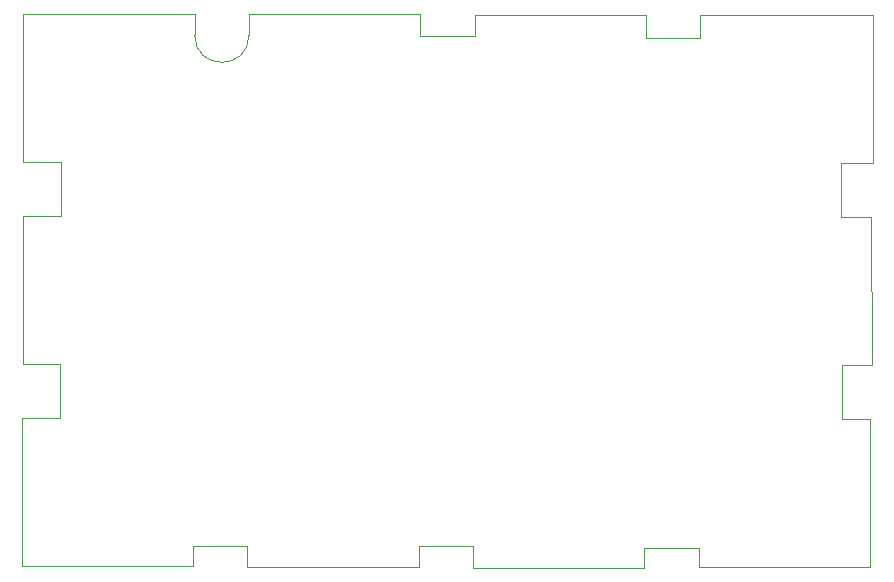
<source format=gbr>
%TF.GenerationSoftware,KiCad,Pcbnew,9.0.2*%
%TF.CreationDate,2025-05-20T13:36:18+01:00*%
%TF.ProjectId,grove_adaptor_panel,67726f76-655f-4616-9461-70746f725f70,rev?*%
%TF.SameCoordinates,Original*%
%TF.FileFunction,Other,ECO2*%
%FSLAX46Y46*%
G04 Gerber Fmt 4.6, Leading zero omitted, Abs format (unit mm)*
G04 Created by KiCad (PCBNEW 9.0.2) date 2025-05-20 13:36:18*
%MOMM*%
%LPD*%
G01*
G04 APERTURE LIST*
%ADD10C,0.100000*%
G04 APERTURE END LIST*
D10*
X147351000Y-130992000D02*
X147351000Y-132642000D01*
X151951000Y-130992000D02*
X147351000Y-130992000D01*
X151951000Y-132592000D02*
X151951000Y-130992000D01*
X166451000Y-132592000D02*
X151951000Y-132592000D01*
X166451000Y-120092000D02*
X166451000Y-132592000D01*
X164051000Y-120092000D02*
X166451000Y-120092000D01*
X164101000Y-115492000D02*
X164051000Y-120092000D01*
X166601000Y-115492000D02*
X164101000Y-115492000D01*
X166576000Y-102992000D02*
X166601000Y-115492000D01*
X164026000Y-102992000D02*
X166576000Y-102992000D01*
X163976000Y-98392000D02*
X164026000Y-102992000D01*
X166676000Y-98392000D02*
X163976000Y-98392000D01*
X166676000Y-85892000D02*
X166676000Y-98392000D01*
X152076000Y-85867000D02*
X166676000Y-85892000D01*
X152076000Y-87767000D02*
X152076000Y-85867000D01*
X147476000Y-87767000D02*
X152076000Y-87767000D01*
X147476000Y-85867000D02*
X147476000Y-87767000D01*
X132976000Y-85867000D02*
X147476000Y-85867000D01*
X132976000Y-87667000D02*
X132976000Y-85867000D01*
X128376000Y-87667000D02*
X132976000Y-87667000D01*
X128376000Y-85817000D02*
X128376000Y-87667000D01*
X113876000Y-85817000D02*
X128376000Y-85817000D01*
X113876000Y-87567000D02*
X113876000Y-85817000D01*
X113876000Y-87567000D02*
G75*
G02*
X109276000Y-87567000I-2300000J0D01*
G01*
X109276000Y-85817000D02*
X109276000Y-87567000D01*
X94776000Y-85817000D02*
X109276000Y-85817000D01*
X147351000Y-132642000D02*
X132851000Y-132642000D01*
X132851000Y-132642000D02*
X132851000Y-130842000D01*
X132851000Y-130842000D02*
X128251000Y-130842000D01*
X128251000Y-130842000D02*
X128251000Y-132592000D01*
X128251000Y-132592000D02*
X113751000Y-132592000D01*
X113751000Y-132592000D02*
X113751000Y-130792000D01*
X113751000Y-130792000D02*
X109151000Y-130792000D01*
X109151000Y-130792000D02*
X109151000Y-132542000D01*
X109151000Y-132542000D02*
X94651000Y-132542000D01*
X94651000Y-132542000D02*
X94651000Y-120017000D01*
X94651000Y-120017000D02*
X97851000Y-120017000D01*
X97851000Y-120017000D02*
X97851000Y-115417000D01*
X97851000Y-115417000D02*
X94776000Y-115417000D01*
X94776000Y-115417000D02*
X94776000Y-102867000D01*
X94776000Y-102867000D02*
X97926000Y-102867000D01*
X97926000Y-102867000D02*
X97926000Y-98292000D01*
X97926000Y-98292000D02*
X94776000Y-98292000D01*
X94776000Y-98292000D02*
X94776000Y-85817000D01*
M02*

</source>
